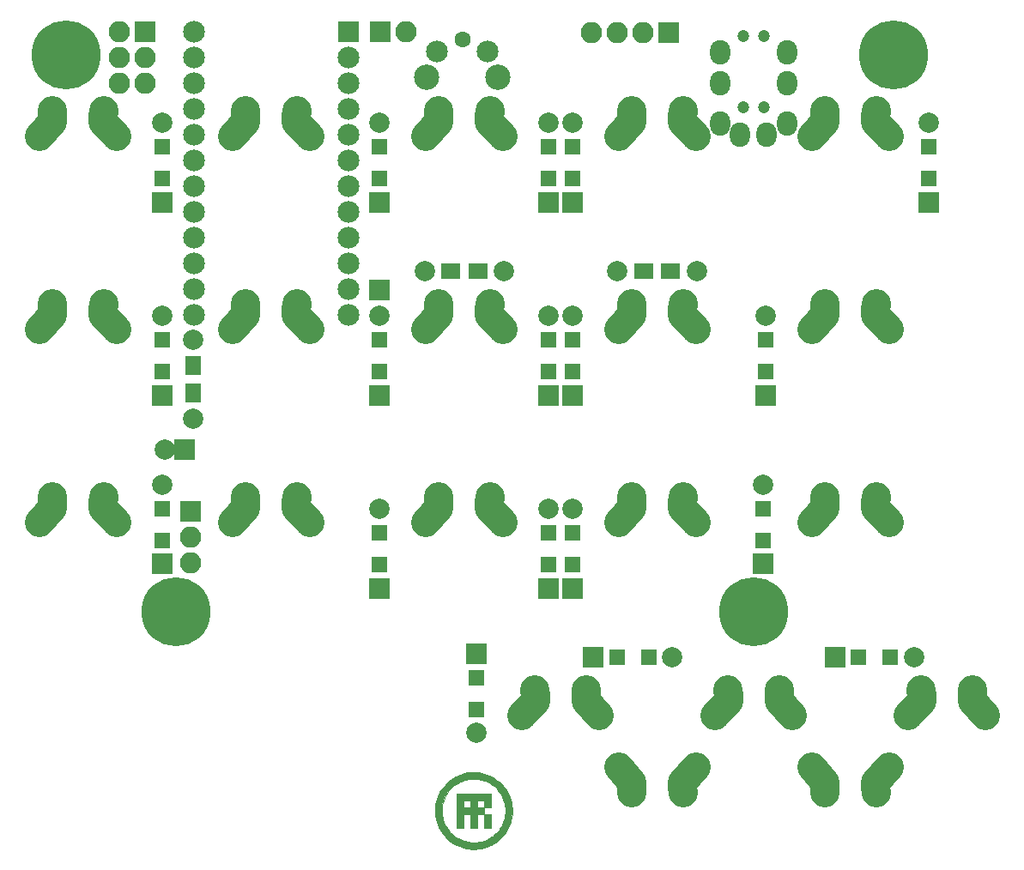
<source format=gts>
G04 #@! TF.FileFunction,Soldermask,Top*
%FSLAX46Y46*%
G04 Gerber Fmt 4.6, Leading zero omitted, Abs format (unit mm)*
G04 Created by KiCad (PCBNEW 4.0.7) date 03/15/18 20:04:12*
%MOMM*%
%LPD*%
G01*
G04 APERTURE LIST*
%ADD10C,0.100000*%
%ADD11C,0.010000*%
%ADD12C,2.900000*%
%ADD13C,2.400000*%
%ADD14O,2.000000X2.400000*%
%ADD15C,1.200000*%
%ADD16C,2.500000*%
%ADD17C,2.150000*%
%ADD18C,1.600000*%
%ADD19R,2.100000X2.100000*%
%ADD20O,2.100000X2.100000*%
%ADD21R,2.000000X2.000000*%
%ADD22C,2.000000*%
%ADD23R,2.152600X2.152600*%
%ADD24C,2.152600*%
%ADD25R,1.600000X1.900000*%
%ADD26R,1.900000X1.600000*%
%ADD27R,1.600000X1.600000*%
%ADD28C,6.800000*%
G04 APERTURE END LIST*
D10*
D11*
G36*
X96422072Y-155401189D02*
X96702281Y-155427606D01*
X96981778Y-155474253D01*
X96997560Y-155477498D01*
X97255216Y-155541256D01*
X97509094Y-155624424D01*
X97757662Y-155726214D01*
X97999385Y-155845839D01*
X98232731Y-155982513D01*
X98456166Y-156135449D01*
X98668156Y-156303861D01*
X98751820Y-156377574D01*
X98880344Y-156498716D01*
X98995829Y-156617560D01*
X99103774Y-156740124D01*
X99209680Y-156872429D01*
X99237375Y-156908920D01*
X99397427Y-157138117D01*
X99538679Y-157374839D01*
X99661348Y-157619571D01*
X99765652Y-157872797D01*
X99851809Y-158135001D01*
X99920038Y-158406669D01*
X99927939Y-158444349D01*
X99972923Y-158713043D01*
X99998432Y-158983734D01*
X100004477Y-159254760D01*
X99991067Y-159524460D01*
X99958214Y-159791174D01*
X99918490Y-159998805D01*
X99897275Y-160089136D01*
X99872748Y-160185222D01*
X99846617Y-160280842D01*
X99820588Y-160369774D01*
X99796371Y-160445799D01*
X99793325Y-160454760D01*
X99768762Y-160521831D01*
X99737753Y-160599542D01*
X99702162Y-160683783D01*
X99663850Y-160770446D01*
X99624684Y-160855423D01*
X99586524Y-160934603D01*
X99551237Y-161003880D01*
X99520684Y-161059144D01*
X99514523Y-161069440D01*
X99487607Y-161113496D01*
X99455489Y-161165976D01*
X99423610Y-161217995D01*
X99411899Y-161237080D01*
X99388129Y-161273897D01*
X99354945Y-161322646D01*
X99315296Y-161379134D01*
X99272132Y-161439165D01*
X99228400Y-161498545D01*
X99223142Y-161505577D01*
X99110194Y-161646934D01*
X98982705Y-161789896D01*
X98845437Y-161929705D01*
X98703145Y-162061601D01*
X98560591Y-162180826D01*
X98505577Y-162223142D01*
X98446566Y-162266740D01*
X98386389Y-162310133D01*
X98329241Y-162350371D01*
X98279317Y-162384506D01*
X98240811Y-162409590D01*
X98237080Y-162411899D01*
X98187811Y-162442114D01*
X98134445Y-162474791D01*
X98085870Y-162504492D01*
X98069440Y-162514523D01*
X98026697Y-162538779D01*
X97969065Y-162568823D01*
X97900473Y-162602778D01*
X97824848Y-162638766D01*
X97746119Y-162674908D01*
X97668216Y-162709326D01*
X97612240Y-162733067D01*
X97426737Y-162802496D01*
X97226841Y-162863300D01*
X97016982Y-162914509D01*
X96801592Y-162955149D01*
X96585101Y-162984249D01*
X96398120Y-162999487D01*
X96328624Y-163003258D01*
X96273462Y-163005889D01*
X96227429Y-163007376D01*
X96185321Y-163007713D01*
X96141935Y-163006897D01*
X96092066Y-163004921D01*
X96030511Y-163001781D01*
X95981560Y-162999103D01*
X95733547Y-162977123D01*
X95488867Y-162938472D01*
X95245406Y-162882613D01*
X95001053Y-162809004D01*
X94753695Y-162717109D01*
X94574400Y-162640154D01*
X94448848Y-162578740D01*
X94314795Y-162504829D01*
X94176883Y-162421422D01*
X94039754Y-162331521D01*
X93908050Y-162238126D01*
X93786414Y-162144238D01*
X93715880Y-162085177D01*
X93515945Y-161898597D01*
X93330091Y-161698787D01*
X93159055Y-161486987D01*
X93003573Y-161264442D01*
X92864382Y-161032393D01*
X92742219Y-160792082D01*
X92637822Y-160544752D01*
X92551926Y-160291645D01*
X92485270Y-160034004D01*
X92477498Y-159997560D01*
X92429705Y-159718121D01*
X92402144Y-159437937D01*
X92396315Y-159215160D01*
X93072303Y-159215160D01*
X93076835Y-159376576D01*
X93087466Y-159534864D01*
X93104129Y-159684418D01*
X93107473Y-159708000D01*
X93146511Y-159912477D01*
X93203587Y-160120207D01*
X93277399Y-160328217D01*
X93366642Y-160533533D01*
X93470013Y-160733183D01*
X93586208Y-160924192D01*
X93713924Y-161103589D01*
X93726579Y-161119882D01*
X93890448Y-161312881D01*
X94068465Y-161491566D01*
X94259709Y-161655253D01*
X94463258Y-161803259D01*
X94678188Y-161934897D01*
X94903579Y-162049486D01*
X95080694Y-162124511D01*
X95215203Y-162172037D01*
X95362087Y-162215558D01*
X95514361Y-162253372D01*
X95665039Y-162283776D01*
X95807135Y-162305068D01*
X95834240Y-162308118D01*
X95882119Y-162313189D01*
X95925463Y-162317816D01*
X95958364Y-162321367D01*
X95971400Y-162322803D01*
X96005902Y-162325205D01*
X96056280Y-162326783D01*
X96118107Y-162327571D01*
X96186957Y-162327605D01*
X96258402Y-162326917D01*
X96328017Y-162325543D01*
X96391374Y-162323517D01*
X96444048Y-162320873D01*
X96469240Y-162318952D01*
X96720779Y-162285687D01*
X96968699Y-162232859D01*
X97211406Y-162160948D01*
X97447309Y-162070433D01*
X97674818Y-161961794D01*
X97702149Y-161947200D01*
X97779545Y-161902671D01*
X97866723Y-161847940D01*
X97958505Y-161786558D01*
X98049711Y-161722073D01*
X98135165Y-161658037D01*
X98201520Y-161604853D01*
X98389294Y-161435257D01*
X98561308Y-161253134D01*
X98717153Y-161059266D01*
X98856424Y-160854434D01*
X98978714Y-160639421D01*
X99083617Y-160415008D01*
X99170724Y-160181977D01*
X99239632Y-159941111D01*
X99289931Y-159693192D01*
X99319925Y-159453945D01*
X99324610Y-159378703D01*
X99326963Y-159289408D01*
X99327107Y-159191427D01*
X99325168Y-159090128D01*
X99321268Y-158990878D01*
X99315530Y-158899045D01*
X99308080Y-158819996D01*
X99304710Y-158793600D01*
X99273655Y-158609267D01*
X99232882Y-158426650D01*
X99183870Y-158251607D01*
X99128101Y-158089994D01*
X99124511Y-158080694D01*
X99025152Y-157852026D01*
X98908940Y-157633053D01*
X98776803Y-157424718D01*
X98629667Y-157227964D01*
X98468461Y-157043733D01*
X98294111Y-156872969D01*
X98107545Y-156716615D01*
X97909689Y-156575613D01*
X97701472Y-156450906D01*
X97483821Y-156343437D01*
X97368400Y-156295141D01*
X97219827Y-156239021D01*
X97082837Y-156192725D01*
X96953185Y-156155465D01*
X96826624Y-156126448D01*
X96698910Y-156104886D01*
X96565797Y-156089987D01*
X96423039Y-156080962D01*
X96266392Y-156077020D01*
X96194920Y-156076691D01*
X96081748Y-156077333D01*
X95984639Y-156079392D01*
X95899361Y-156083234D01*
X95821683Y-156089228D01*
X95747374Y-156097741D01*
X95672202Y-156109143D01*
X95591938Y-156123801D01*
X95544680Y-156133263D01*
X95439775Y-156158066D01*
X95323113Y-156191330D01*
X95200369Y-156231078D01*
X95077219Y-156275330D01*
X94959338Y-156322107D01*
X94852402Y-156369430D01*
X94814345Y-156387880D01*
X94640115Y-156482488D01*
X94467555Y-156590819D01*
X94300491Y-156709995D01*
X94142747Y-156837137D01*
X93998149Y-156969367D01*
X93885404Y-157086991D01*
X93720769Y-157285509D01*
X93573837Y-157492933D01*
X93444939Y-157708559D01*
X93334403Y-157931687D01*
X93242560Y-158161615D01*
X93169738Y-158397641D01*
X93116268Y-158639062D01*
X93095991Y-158768200D01*
X93081813Y-158905366D01*
X93073940Y-159056222D01*
X93072303Y-159215160D01*
X92396315Y-159215160D01*
X92394808Y-159157596D01*
X92407690Y-158877691D01*
X92440782Y-158598811D01*
X92494078Y-158321548D01*
X92497697Y-158305920D01*
X92559195Y-158080283D01*
X92638445Y-157851785D01*
X92733941Y-157624046D01*
X92844175Y-157400686D01*
X92956310Y-157203824D01*
X93083439Y-157011283D01*
X93228250Y-156821270D01*
X93388104Y-156636601D01*
X93560366Y-156460092D01*
X93742398Y-156294558D01*
X93931563Y-156142815D01*
X93990464Y-156099572D01*
X94201076Y-155959375D01*
X94423536Y-155832255D01*
X94654634Y-155719681D01*
X94891159Y-155623122D01*
X95129901Y-155544048D01*
X95305920Y-155497697D01*
X95583074Y-155443259D01*
X95861878Y-155409023D01*
X96141741Y-155394998D01*
X96422072Y-155401189D01*
X96422072Y-155401189D01*
G37*
X96422072Y-155401189D02*
X96702281Y-155427606D01*
X96981778Y-155474253D01*
X96997560Y-155477498D01*
X97255216Y-155541256D01*
X97509094Y-155624424D01*
X97757662Y-155726214D01*
X97999385Y-155845839D01*
X98232731Y-155982513D01*
X98456166Y-156135449D01*
X98668156Y-156303861D01*
X98751820Y-156377574D01*
X98880344Y-156498716D01*
X98995829Y-156617560D01*
X99103774Y-156740124D01*
X99209680Y-156872429D01*
X99237375Y-156908920D01*
X99397427Y-157138117D01*
X99538679Y-157374839D01*
X99661348Y-157619571D01*
X99765652Y-157872797D01*
X99851809Y-158135001D01*
X99920038Y-158406669D01*
X99927939Y-158444349D01*
X99972923Y-158713043D01*
X99998432Y-158983734D01*
X100004477Y-159254760D01*
X99991067Y-159524460D01*
X99958214Y-159791174D01*
X99918490Y-159998805D01*
X99897275Y-160089136D01*
X99872748Y-160185222D01*
X99846617Y-160280842D01*
X99820588Y-160369774D01*
X99796371Y-160445799D01*
X99793325Y-160454760D01*
X99768762Y-160521831D01*
X99737753Y-160599542D01*
X99702162Y-160683783D01*
X99663850Y-160770446D01*
X99624684Y-160855423D01*
X99586524Y-160934603D01*
X99551237Y-161003880D01*
X99520684Y-161059144D01*
X99514523Y-161069440D01*
X99487607Y-161113496D01*
X99455489Y-161165976D01*
X99423610Y-161217995D01*
X99411899Y-161237080D01*
X99388129Y-161273897D01*
X99354945Y-161322646D01*
X99315296Y-161379134D01*
X99272132Y-161439165D01*
X99228400Y-161498545D01*
X99223142Y-161505577D01*
X99110194Y-161646934D01*
X98982705Y-161789896D01*
X98845437Y-161929705D01*
X98703145Y-162061601D01*
X98560591Y-162180826D01*
X98505577Y-162223142D01*
X98446566Y-162266740D01*
X98386389Y-162310133D01*
X98329241Y-162350371D01*
X98279317Y-162384506D01*
X98240811Y-162409590D01*
X98237080Y-162411899D01*
X98187811Y-162442114D01*
X98134445Y-162474791D01*
X98085870Y-162504492D01*
X98069440Y-162514523D01*
X98026697Y-162538779D01*
X97969065Y-162568823D01*
X97900473Y-162602778D01*
X97824848Y-162638766D01*
X97746119Y-162674908D01*
X97668216Y-162709326D01*
X97612240Y-162733067D01*
X97426737Y-162802496D01*
X97226841Y-162863300D01*
X97016982Y-162914509D01*
X96801592Y-162955149D01*
X96585101Y-162984249D01*
X96398120Y-162999487D01*
X96328624Y-163003258D01*
X96273462Y-163005889D01*
X96227429Y-163007376D01*
X96185321Y-163007713D01*
X96141935Y-163006897D01*
X96092066Y-163004921D01*
X96030511Y-163001781D01*
X95981560Y-162999103D01*
X95733547Y-162977123D01*
X95488867Y-162938472D01*
X95245406Y-162882613D01*
X95001053Y-162809004D01*
X94753695Y-162717109D01*
X94574400Y-162640154D01*
X94448848Y-162578740D01*
X94314795Y-162504829D01*
X94176883Y-162421422D01*
X94039754Y-162331521D01*
X93908050Y-162238126D01*
X93786414Y-162144238D01*
X93715880Y-162085177D01*
X93515945Y-161898597D01*
X93330091Y-161698787D01*
X93159055Y-161486987D01*
X93003573Y-161264442D01*
X92864382Y-161032393D01*
X92742219Y-160792082D01*
X92637822Y-160544752D01*
X92551926Y-160291645D01*
X92485270Y-160034004D01*
X92477498Y-159997560D01*
X92429705Y-159718121D01*
X92402144Y-159437937D01*
X92396315Y-159215160D01*
X93072303Y-159215160D01*
X93076835Y-159376576D01*
X93087466Y-159534864D01*
X93104129Y-159684418D01*
X93107473Y-159708000D01*
X93146511Y-159912477D01*
X93203587Y-160120207D01*
X93277399Y-160328217D01*
X93366642Y-160533533D01*
X93470013Y-160733183D01*
X93586208Y-160924192D01*
X93713924Y-161103589D01*
X93726579Y-161119882D01*
X93890448Y-161312881D01*
X94068465Y-161491566D01*
X94259709Y-161655253D01*
X94463258Y-161803259D01*
X94678188Y-161934897D01*
X94903579Y-162049486D01*
X95080694Y-162124511D01*
X95215203Y-162172037D01*
X95362087Y-162215558D01*
X95514361Y-162253372D01*
X95665039Y-162283776D01*
X95807135Y-162305068D01*
X95834240Y-162308118D01*
X95882119Y-162313189D01*
X95925463Y-162317816D01*
X95958364Y-162321367D01*
X95971400Y-162322803D01*
X96005902Y-162325205D01*
X96056280Y-162326783D01*
X96118107Y-162327571D01*
X96186957Y-162327605D01*
X96258402Y-162326917D01*
X96328017Y-162325543D01*
X96391374Y-162323517D01*
X96444048Y-162320873D01*
X96469240Y-162318952D01*
X96720779Y-162285687D01*
X96968699Y-162232859D01*
X97211406Y-162160948D01*
X97447309Y-162070433D01*
X97674818Y-161961794D01*
X97702149Y-161947200D01*
X97779545Y-161902671D01*
X97866723Y-161847940D01*
X97958505Y-161786558D01*
X98049711Y-161722073D01*
X98135165Y-161658037D01*
X98201520Y-161604853D01*
X98389294Y-161435257D01*
X98561308Y-161253134D01*
X98717153Y-161059266D01*
X98856424Y-160854434D01*
X98978714Y-160639421D01*
X99083617Y-160415008D01*
X99170724Y-160181977D01*
X99239632Y-159941111D01*
X99289931Y-159693192D01*
X99319925Y-159453945D01*
X99324610Y-159378703D01*
X99326963Y-159289408D01*
X99327107Y-159191427D01*
X99325168Y-159090128D01*
X99321268Y-158990878D01*
X99315530Y-158899045D01*
X99308080Y-158819996D01*
X99304710Y-158793600D01*
X99273655Y-158609267D01*
X99232882Y-158426650D01*
X99183870Y-158251607D01*
X99128101Y-158089994D01*
X99124511Y-158080694D01*
X99025152Y-157852026D01*
X98908940Y-157633053D01*
X98776803Y-157424718D01*
X98629667Y-157227964D01*
X98468461Y-157043733D01*
X98294111Y-156872969D01*
X98107545Y-156716615D01*
X97909689Y-156575613D01*
X97701472Y-156450906D01*
X97483821Y-156343437D01*
X97368400Y-156295141D01*
X97219827Y-156239021D01*
X97082837Y-156192725D01*
X96953185Y-156155465D01*
X96826624Y-156126448D01*
X96698910Y-156104886D01*
X96565797Y-156089987D01*
X96423039Y-156080962D01*
X96266392Y-156077020D01*
X96194920Y-156076691D01*
X96081748Y-156077333D01*
X95984639Y-156079392D01*
X95899361Y-156083234D01*
X95821683Y-156089228D01*
X95747374Y-156097741D01*
X95672202Y-156109143D01*
X95591938Y-156123801D01*
X95544680Y-156133263D01*
X95439775Y-156158066D01*
X95323113Y-156191330D01*
X95200369Y-156231078D01*
X95077219Y-156275330D01*
X94959338Y-156322107D01*
X94852402Y-156369430D01*
X94814345Y-156387880D01*
X94640115Y-156482488D01*
X94467555Y-156590819D01*
X94300491Y-156709995D01*
X94142747Y-156837137D01*
X93998149Y-156969367D01*
X93885404Y-157086991D01*
X93720769Y-157285509D01*
X93573837Y-157492933D01*
X93444939Y-157708559D01*
X93334403Y-157931687D01*
X93242560Y-158161615D01*
X93169738Y-158397641D01*
X93116268Y-158639062D01*
X93095991Y-158768200D01*
X93081813Y-158905366D01*
X93073940Y-159056222D01*
X93072303Y-159215160D01*
X92396315Y-159215160D01*
X92394808Y-159157596D01*
X92407690Y-158877691D01*
X92440782Y-158598811D01*
X92494078Y-158321548D01*
X92497697Y-158305920D01*
X92559195Y-158080283D01*
X92638445Y-157851785D01*
X92733941Y-157624046D01*
X92844175Y-157400686D01*
X92956310Y-157203824D01*
X93083439Y-157011283D01*
X93228250Y-156821270D01*
X93388104Y-156636601D01*
X93560366Y-156460092D01*
X93742398Y-156294558D01*
X93931563Y-156142815D01*
X93990464Y-156099572D01*
X94201076Y-155959375D01*
X94423536Y-155832255D01*
X94654634Y-155719681D01*
X94891159Y-155623122D01*
X95129901Y-155544048D01*
X95305920Y-155497697D01*
X95583074Y-155443259D01*
X95861878Y-155409023D01*
X96141741Y-155394998D01*
X96422072Y-155401189D01*
G36*
X97896720Y-158854560D02*
X97216000Y-158854560D01*
X97216000Y-158173840D01*
X96875504Y-158173840D01*
X96535009Y-158173839D01*
X96537684Y-158516740D01*
X96540360Y-158859640D01*
X96878180Y-158862316D01*
X97216000Y-158864993D01*
X97216000Y-159535280D01*
X96535280Y-159535280D01*
X96535280Y-160896720D01*
X95864864Y-160896720D01*
X95859640Y-159540360D01*
X95516740Y-159537684D01*
X95173840Y-159535009D01*
X95173840Y-160896720D01*
X94503280Y-160896720D01*
X94503280Y-158512371D01*
X95173840Y-158512371D01*
X95174040Y-158593414D01*
X95174607Y-158667918D01*
X95175495Y-158733462D01*
X95176653Y-158787626D01*
X95178035Y-158827990D01*
X95179590Y-158852135D01*
X95180748Y-158858081D01*
X95192211Y-158859658D01*
X95221563Y-158860949D01*
X95266373Y-158861924D01*
X95324210Y-158862554D01*
X95392644Y-158862808D01*
X95469245Y-158862656D01*
X95523648Y-158862314D01*
X95859640Y-158859640D01*
X95859640Y-158178920D01*
X95516740Y-158176244D01*
X95173840Y-158173569D01*
X95173840Y-158512371D01*
X94503280Y-158512371D01*
X94503280Y-157503280D01*
X97896720Y-157503280D01*
X97896720Y-158854560D01*
X97896720Y-158854560D01*
G37*
X97896720Y-158854560D02*
X97216000Y-158854560D01*
X97216000Y-158173840D01*
X96875504Y-158173840D01*
X96535009Y-158173839D01*
X96537684Y-158516740D01*
X96540360Y-158859640D01*
X96878180Y-158862316D01*
X97216000Y-158864993D01*
X97216000Y-159535280D01*
X96535280Y-159535280D01*
X96535280Y-160896720D01*
X95864864Y-160896720D01*
X95859640Y-159540360D01*
X95516740Y-159537684D01*
X95173840Y-159535009D01*
X95173840Y-160896720D01*
X94503280Y-160896720D01*
X94503280Y-158512371D01*
X95173840Y-158512371D01*
X95174040Y-158593414D01*
X95174607Y-158667918D01*
X95175495Y-158733462D01*
X95176653Y-158787626D01*
X95178035Y-158827990D01*
X95179590Y-158852135D01*
X95180748Y-158858081D01*
X95192211Y-158859658D01*
X95221563Y-158860949D01*
X95266373Y-158861924D01*
X95324210Y-158862554D01*
X95392644Y-158862808D01*
X95469245Y-158862656D01*
X95523648Y-158862314D01*
X95859640Y-158859640D01*
X95859640Y-158178920D01*
X95516740Y-158176244D01*
X95173840Y-158173569D01*
X95173840Y-158512371D01*
X94503280Y-158512371D01*
X94503280Y-157503280D01*
X97896720Y-157503280D01*
X97896720Y-158854560D01*
G36*
X97896720Y-160896720D02*
X97215855Y-160896720D01*
X97218467Y-160218540D01*
X97221080Y-159540360D01*
X97896720Y-159535006D01*
X97896720Y-160896720D01*
X97896720Y-160896720D01*
G37*
X97896720Y-160896720D02*
X97215855Y-160896720D01*
X97218467Y-160218540D01*
X97221080Y-159540360D01*
X97896720Y-159535006D01*
X97896720Y-160896720D01*
D12*
X135889999Y-128270000D02*
X135850001Y-128850000D01*
D13*
X135850000Y-128850000D03*
X135890000Y-128270000D03*
X130850000Y-129350000D03*
X129540000Y-130810000D03*
X135850000Y-129350000D03*
X137160000Y-130810000D03*
X130850000Y-128850000D03*
X130810000Y-128270000D03*
D12*
X129540005Y-130810004D02*
X130849995Y-129349996D01*
X130810001Y-128270000D02*
X130849999Y-128850000D01*
X137159995Y-130810004D02*
X135850005Y-129349996D01*
D14*
X125100000Y-92500000D03*
X120500000Y-91400000D03*
X120500000Y-84400000D03*
D15*
X122800000Y-89800000D03*
X122800000Y-82800000D03*
D14*
X120500000Y-87400000D03*
X122500000Y-92500000D03*
X127100000Y-91400000D03*
X127100000Y-84400000D03*
D15*
X124800000Y-89800000D03*
X124800000Y-82800000D03*
D14*
X127100000Y-87400000D03*
D16*
X91590000Y-86790000D03*
D17*
X92600000Y-84300000D03*
X97600000Y-84300000D03*
D16*
X98600000Y-86790000D03*
D18*
X95100000Y-83090000D03*
D19*
X115400000Y-82400000D03*
D20*
X112860000Y-82400000D03*
X110320000Y-82400000D03*
X107780000Y-82400000D03*
D19*
X86900000Y-107800000D03*
X68300000Y-129700000D03*
D20*
X68300000Y-132240000D03*
X68300000Y-134780000D03*
D19*
X87000000Y-82350000D03*
D20*
X89540000Y-82350000D03*
D19*
X63800000Y-82300000D03*
D20*
X61260000Y-82300000D03*
X63800000Y-84840000D03*
X61260000Y-84840000D03*
X63800000Y-87380000D03*
X61260000Y-87380000D03*
D21*
X67700000Y-123600000D03*
D22*
X65700000Y-123600000D03*
D23*
X83820000Y-82330000D03*
D24*
X83820000Y-84870000D03*
X83820000Y-87410000D03*
X83820000Y-89950000D03*
X83820000Y-92490000D03*
X83820000Y-95030000D03*
X83820000Y-97570000D03*
X83820000Y-100110000D03*
X83820000Y-102650000D03*
X83820000Y-105190000D03*
X83820000Y-107730000D03*
X68580000Y-110270000D03*
X68580000Y-107730000D03*
X68580000Y-105190000D03*
X68580000Y-102650000D03*
X68580000Y-100110000D03*
X68580000Y-97570000D03*
X68580000Y-95030000D03*
X68580000Y-92490000D03*
X68580000Y-89950000D03*
X68580000Y-87410000D03*
X68580000Y-84870000D03*
X83820000Y-110270000D03*
X68580000Y-82330000D03*
D25*
X68500000Y-115250000D03*
X68500000Y-117950000D03*
D22*
X68500000Y-112700000D03*
X68500000Y-120500000D03*
D26*
X115650000Y-106000000D03*
X112950000Y-106000000D03*
D22*
X118200000Y-106000000D03*
X110400000Y-106000000D03*
D26*
X96650000Y-106000000D03*
X93950000Y-106000000D03*
D22*
X99200000Y-106000000D03*
X91400000Y-106000000D03*
D27*
X141089664Y-93675406D03*
X141089664Y-96825406D03*
D22*
X141089664Y-91350406D03*
D21*
X141089664Y-99150406D03*
D27*
X103584375Y-93675000D03*
X103584375Y-96825000D03*
D22*
X103584375Y-91350000D03*
D21*
X103584375Y-99150000D03*
D27*
X105965625Y-93675000D03*
X105965625Y-96825000D03*
D22*
X105965625Y-91350000D03*
D21*
X105965625Y-99150000D03*
D27*
X86915625Y-93675000D03*
X86915625Y-96825000D03*
D22*
X86915625Y-91350000D03*
D21*
X86915625Y-99150000D03*
D27*
X65484375Y-93675000D03*
X65484375Y-96825000D03*
D22*
X65484375Y-91350000D03*
D21*
X65484375Y-99150000D03*
D27*
X96440625Y-149212500D03*
X96440625Y-146062500D03*
D22*
X96440625Y-151537500D03*
D21*
X96440625Y-143737500D03*
D27*
X113493750Y-144065625D03*
X110343750Y-144065625D03*
D22*
X115818750Y-144065625D03*
D21*
X108018750Y-144065625D03*
D27*
X137306250Y-144065625D03*
X134156250Y-144065625D03*
D22*
X139631250Y-144065625D03*
D21*
X131831250Y-144065625D03*
D27*
X65484654Y-129394309D03*
X65484654Y-132544309D03*
D22*
X65484654Y-127069309D03*
D21*
X65484654Y-134869309D03*
D27*
X86915625Y-131775000D03*
X86915625Y-134925000D03*
D22*
X86915625Y-129450000D03*
D21*
X86915625Y-137250000D03*
D27*
X103584375Y-131775000D03*
X103584375Y-134925000D03*
D22*
X103584375Y-129450000D03*
D21*
X103584375Y-137250000D03*
D27*
X105965625Y-131775000D03*
X105965625Y-134925000D03*
D22*
X105965625Y-129450000D03*
D21*
X105965625Y-137250000D03*
D27*
X124718501Y-129394309D03*
X124718501Y-132544309D03*
D22*
X124718501Y-127069309D03*
D21*
X124718501Y-134869309D03*
D27*
X65484375Y-112725000D03*
X65484375Y-115875000D03*
D22*
X65484375Y-110400000D03*
D21*
X65484375Y-118200000D03*
D27*
X86915625Y-112725000D03*
X86915625Y-115875000D03*
D22*
X86915625Y-110400000D03*
D21*
X86915625Y-118200000D03*
D27*
X103584375Y-112725000D03*
X103584375Y-115875000D03*
D22*
X103584375Y-110400000D03*
D21*
X103584375Y-118200000D03*
D27*
X105965625Y-112725000D03*
X105965625Y-115875000D03*
D22*
X105965625Y-110400000D03*
D21*
X105965625Y-118200000D03*
D27*
X125016158Y-112725488D03*
X125016158Y-115875488D03*
D22*
X125016158Y-110400488D03*
D21*
X125016158Y-118200488D03*
D12*
X59689999Y-90170000D02*
X59650001Y-90750000D01*
D13*
X59650000Y-90750000D03*
X59690000Y-90170000D03*
X54650000Y-91250000D03*
X53340000Y-92710000D03*
X59650000Y-91250000D03*
X60960000Y-92710000D03*
X54650000Y-90750000D03*
X54610000Y-90170000D03*
D12*
X53340005Y-92710004D02*
X54649995Y-91249996D01*
X54610001Y-90170000D02*
X54649999Y-90750000D01*
X60959995Y-92710004D02*
X59650005Y-91249996D01*
X78739999Y-90170000D02*
X78700001Y-90750000D01*
D13*
X78700000Y-90750000D03*
X78740000Y-90170000D03*
X73700000Y-91250000D03*
X72390000Y-92710000D03*
X78700000Y-91250000D03*
X80010000Y-92710000D03*
X73700000Y-90750000D03*
X73660000Y-90170000D03*
D12*
X72390005Y-92710004D02*
X73699995Y-91249996D01*
X73660001Y-90170000D02*
X73699999Y-90750000D01*
X80009995Y-92710004D02*
X78700005Y-91249996D01*
X97789999Y-90170000D02*
X97750001Y-90750000D01*
D13*
X97750000Y-90750000D03*
X97790000Y-90170000D03*
X92750000Y-91250000D03*
X91440000Y-92710000D03*
X97750000Y-91250000D03*
X99060000Y-92710000D03*
X92750000Y-90750000D03*
X92710000Y-90170000D03*
D12*
X91440005Y-92710004D02*
X92749995Y-91249996D01*
X92710001Y-90170000D02*
X92749999Y-90750000D01*
X99059995Y-92710004D02*
X97750005Y-91249996D01*
X135889999Y-90170000D02*
X135850001Y-90750000D01*
D13*
X135850000Y-90750000D03*
X135890000Y-90170000D03*
X130850000Y-91250000D03*
X129540000Y-92710000D03*
X135850000Y-91250000D03*
X137160000Y-92710000D03*
X130850000Y-90750000D03*
X130810000Y-90170000D03*
D12*
X129540005Y-92710004D02*
X130849995Y-91249996D01*
X130810001Y-90170000D02*
X130849999Y-90750000D01*
X137159995Y-92710004D02*
X135850005Y-91249996D01*
X59689999Y-109220000D02*
X59650001Y-109800000D01*
D13*
X59650000Y-109800000D03*
X59690000Y-109220000D03*
X54650000Y-110300000D03*
X53340000Y-111760000D03*
X59650000Y-110300000D03*
X60960000Y-111760000D03*
X54650000Y-109800000D03*
X54610000Y-109220000D03*
D12*
X53340005Y-111760004D02*
X54649995Y-110299996D01*
X54610001Y-109220000D02*
X54649999Y-109800000D01*
X60959995Y-111760004D02*
X59650005Y-110299996D01*
X78739999Y-109220000D02*
X78700001Y-109800000D01*
D13*
X78700000Y-109800000D03*
X78740000Y-109220000D03*
X73700000Y-110300000D03*
X72390000Y-111760000D03*
X78700000Y-110300000D03*
X80010000Y-111760000D03*
X73700000Y-109800000D03*
X73660000Y-109220000D03*
D12*
X72390005Y-111760004D02*
X73699995Y-110299996D01*
X73660001Y-109220000D02*
X73699999Y-109800000D01*
X80009995Y-111760004D02*
X78700005Y-110299996D01*
X97789999Y-109220000D02*
X97750001Y-109800000D01*
D13*
X97750000Y-109800000D03*
X97790000Y-109220000D03*
X92750000Y-110300000D03*
X91440000Y-111760000D03*
X97750000Y-110300000D03*
X99060000Y-111760000D03*
X92750000Y-109800000D03*
X92710000Y-109220000D03*
D12*
X91440005Y-111760004D02*
X92749995Y-110299996D01*
X92710001Y-109220000D02*
X92749999Y-109800000D01*
X99059995Y-111760004D02*
X97750005Y-110299996D01*
X59689999Y-128270000D02*
X59650001Y-128850000D01*
D13*
X59650000Y-128850000D03*
X59690000Y-128270000D03*
X54650000Y-129350000D03*
X53340000Y-130810000D03*
X59650000Y-129350000D03*
X60960000Y-130810000D03*
X54650000Y-128850000D03*
X54610000Y-128270000D03*
D12*
X53340005Y-130810004D02*
X54649995Y-129349996D01*
X54610001Y-128270000D02*
X54649999Y-128850000D01*
X60959995Y-130810004D02*
X59650005Y-129349996D01*
X78739999Y-128270000D02*
X78700001Y-128850000D01*
D13*
X78700000Y-128850000D03*
X78740000Y-128270000D03*
X73700000Y-129350000D03*
X72390000Y-130810000D03*
X78700000Y-129350000D03*
X80010000Y-130810000D03*
X73700000Y-128850000D03*
X73660000Y-128270000D03*
D12*
X72390005Y-130810004D02*
X73699995Y-129349996D01*
X73660001Y-128270000D02*
X73699999Y-128850000D01*
X80009995Y-130810004D02*
X78700005Y-129349996D01*
X97789999Y-128270000D02*
X97750001Y-128850000D01*
D13*
X97750000Y-128850000D03*
X97790000Y-128270000D03*
X92750000Y-129350000D03*
X91440000Y-130810000D03*
X97750000Y-129350000D03*
X99060000Y-130810000D03*
X92750000Y-128850000D03*
X92710000Y-128270000D03*
D12*
X91440005Y-130810004D02*
X92749995Y-129349996D01*
X92710001Y-128270000D02*
X92749999Y-128850000D01*
X99059995Y-130810004D02*
X97750005Y-129349996D01*
X145414999Y-147320000D02*
X145375001Y-147900000D01*
D13*
X145375000Y-147900000D03*
X145415000Y-147320000D03*
X140375000Y-148400000D03*
X139065000Y-149860000D03*
X145375000Y-148400000D03*
X146685000Y-149860000D03*
X140375000Y-147900000D03*
X140335000Y-147320000D03*
D12*
X139065005Y-149860004D02*
X140374995Y-148399996D01*
X140335001Y-147320000D02*
X140374999Y-147900000D01*
X146684995Y-149860004D02*
X145375005Y-148399996D01*
D13*
X118110000Y-154900000D03*
D12*
X110490007Y-154939998D02*
X111799993Y-156400002D01*
X111760229Y-157480016D02*
X111799771Y-156899984D01*
D13*
X110490000Y-154900000D03*
X116800000Y-156400000D03*
X116840000Y-157480000D03*
X116800000Y-156900000D03*
X111760000Y-157480000D03*
X111800000Y-156400000D03*
X111800000Y-156900000D03*
D12*
X118109993Y-154939998D02*
X116800007Y-156400002D01*
X116839771Y-157480016D02*
X116800229Y-156899984D01*
D13*
X137160000Y-154900000D03*
D12*
X129540007Y-154939998D02*
X130849993Y-156400002D01*
X130810229Y-157480016D02*
X130849771Y-156899984D01*
D13*
X129540000Y-154900000D03*
X135850000Y-156400000D03*
X135890000Y-157480000D03*
X135850000Y-156900000D03*
X130810000Y-157480000D03*
X130850000Y-156400000D03*
X130850000Y-156900000D03*
D12*
X137159993Y-154939998D02*
X135850007Y-156400002D01*
X135889771Y-157480016D02*
X135850229Y-156899984D01*
D28*
X56000000Y-84600000D03*
X137600000Y-84600000D03*
X66800000Y-139600000D03*
X123800000Y-139600000D03*
D12*
X116839999Y-90170000D02*
X116800001Y-90750000D01*
D13*
X116800000Y-90750000D03*
X116840000Y-90170000D03*
X111800000Y-91250000D03*
X110490000Y-92710000D03*
X116800000Y-91250000D03*
X118110000Y-92710000D03*
X111800000Y-90750000D03*
X111760000Y-90170000D03*
D12*
X110490005Y-92710004D02*
X111799995Y-91249996D01*
X111760001Y-90170000D02*
X111799999Y-90750000D01*
X118109995Y-92710004D02*
X116800005Y-91249996D01*
X116839999Y-109220000D02*
X116800001Y-109800000D01*
D13*
X116800000Y-109800000D03*
X116840000Y-109220000D03*
X111800000Y-110300000D03*
X110490000Y-111760000D03*
X116800000Y-110300000D03*
X118110000Y-111760000D03*
X111800000Y-109800000D03*
X111760000Y-109220000D03*
D12*
X110490005Y-111760004D02*
X111799995Y-110299996D01*
X111760001Y-109220000D02*
X111799999Y-109800000D01*
X118109995Y-111760004D02*
X116800005Y-110299996D01*
X135889999Y-109220000D02*
X135850001Y-109800000D01*
D13*
X135850000Y-109800000D03*
X135890000Y-109220000D03*
X130850000Y-110300000D03*
X129540000Y-111760000D03*
X135850000Y-110300000D03*
X137160000Y-111760000D03*
X130850000Y-109800000D03*
X130810000Y-109220000D03*
D12*
X129540005Y-111760004D02*
X130849995Y-110299996D01*
X130810001Y-109220000D02*
X130849999Y-109800000D01*
X137159995Y-111760004D02*
X135850005Y-110299996D01*
X116839999Y-128270000D02*
X116800001Y-128850000D01*
D13*
X116800000Y-128850000D03*
X116840000Y-128270000D03*
X111800000Y-129350000D03*
X110490000Y-130810000D03*
X116800000Y-129350000D03*
X118110000Y-130810000D03*
X111800000Y-128850000D03*
X111760000Y-128270000D03*
D12*
X110490005Y-130810004D02*
X111799995Y-129349996D01*
X111760001Y-128270000D02*
X111799999Y-128850000D01*
X118109995Y-130810004D02*
X116800005Y-129349996D01*
X107314999Y-147320000D02*
X107275001Y-147900000D01*
D13*
X107275000Y-147900000D03*
X107315000Y-147320000D03*
X102275000Y-148400000D03*
X100965000Y-149860000D03*
X107275000Y-148400000D03*
X108585000Y-149860000D03*
X102275000Y-147900000D03*
X102235000Y-147320000D03*
D12*
X100965005Y-149860004D02*
X102274995Y-148399996D01*
X102235001Y-147320000D02*
X102274999Y-147900000D01*
X108584995Y-149860004D02*
X107275005Y-148399996D01*
X126364999Y-147320000D02*
X126325001Y-147900000D01*
D13*
X126325000Y-147900000D03*
X126365000Y-147320000D03*
X121325000Y-148400000D03*
X120015000Y-149860000D03*
X126325000Y-148400000D03*
X127635000Y-149860000D03*
X121325000Y-147900000D03*
X121285000Y-147320000D03*
D12*
X120015005Y-149860004D02*
X121324995Y-148399996D01*
X121285001Y-147320000D02*
X121324999Y-147900000D01*
X127634995Y-149860004D02*
X126325005Y-148399996D01*
M02*

</source>
